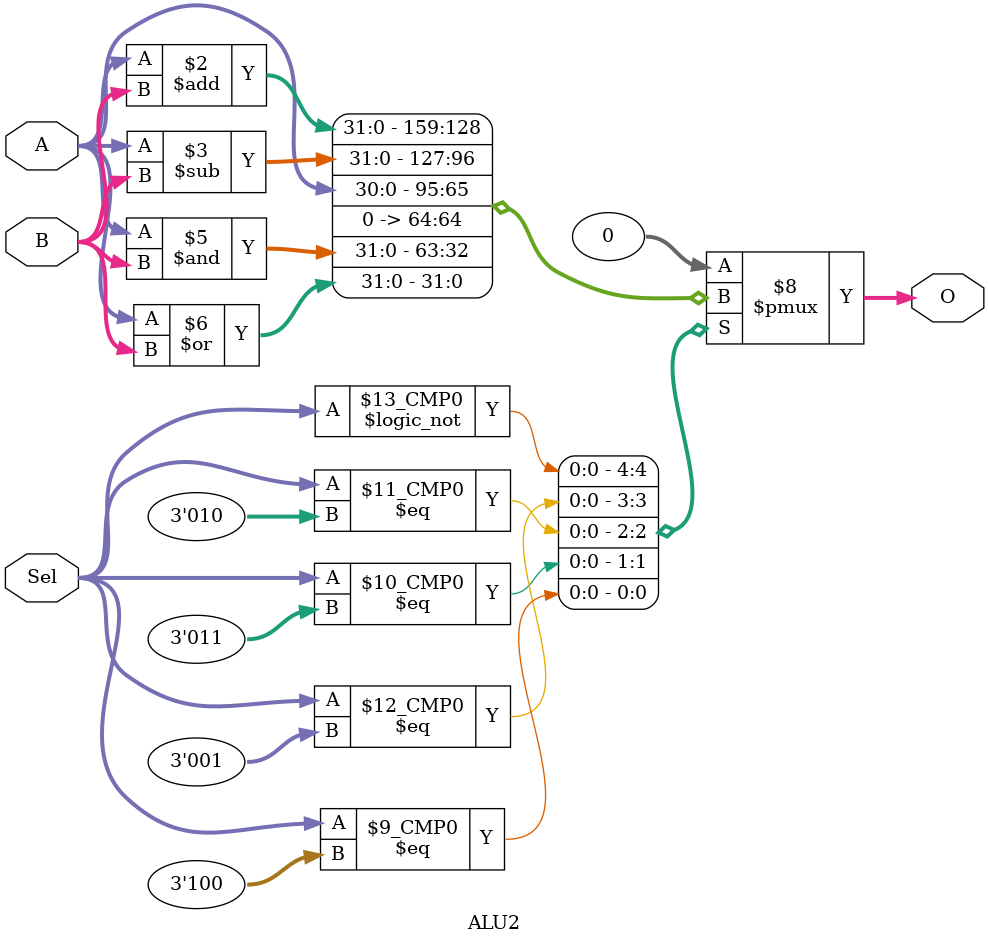
<source format=v>
`timescale 1ns / 1ps
module ALU2(
    input [31:0] A,
    input [31:0] B,
    input [2:0] Sel,
    output reg [31:0] O
    );

    always @(*) begin
        O = 32'b0;

        case (Sel)
            3'b000: begin // ADD: A + B
                O = A + B;
            end
            3'b001: begin // SUBTRACT: A - B
                O = A - B;
            end
            3'b010: begin // SHIFT: A Shift Left by 1
                O = A << 1;
            end
            3'b011: begin // AND: A & B
                O = A & B;
            end
            3'b100: begin // OR: A | B
                O = A | B;
            end
            default: begin
                O = 32'b0;
            end
            endcase
    end

endmodule

</source>
